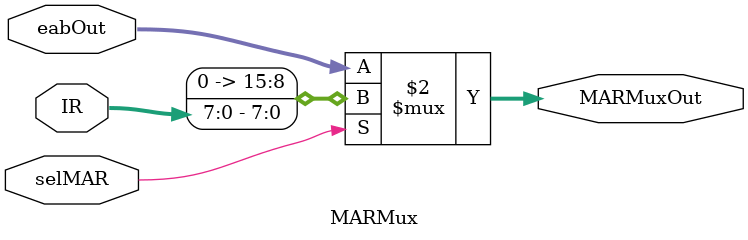
<source format=v>
`timescale 1ns / 1ps
module MARMux(
    input [7:0] IR,
    input selMAR,
    input [15:0] eabOut,
    output [15:0] MARMuxOut
    );
	 
	 assign MARMuxOut = selMAR == 1'b0 ? eabOut : {{8{1'b0}}, IR};


endmodule

</source>
